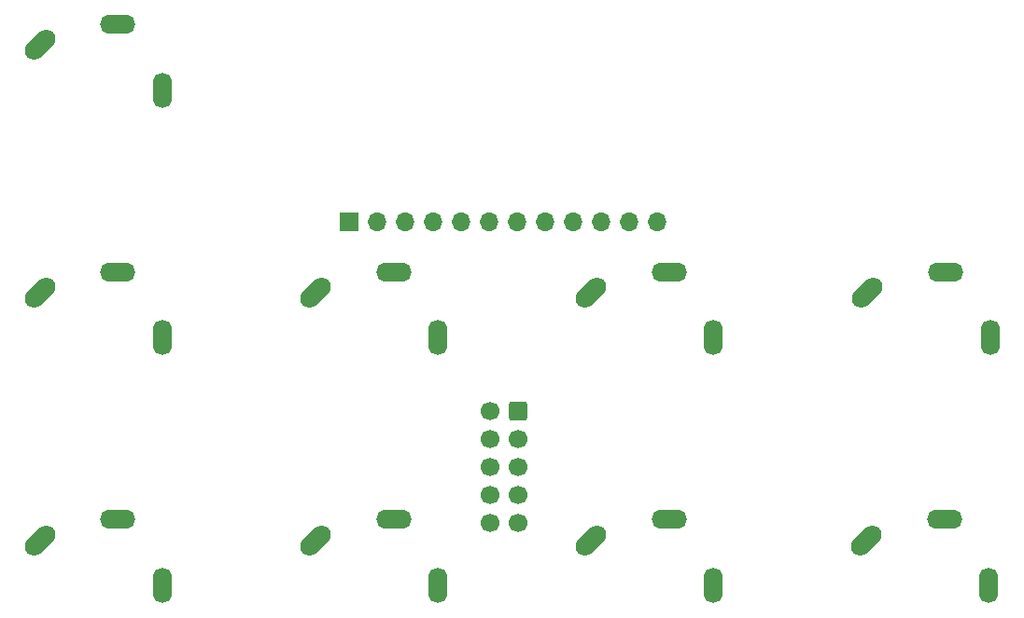
<source format=gts>
G04 #@! TF.GenerationSoftware,KiCad,Pcbnew,8.0.3*
G04 #@! TF.CreationDate,2024-09-16T16:49:19+02:00*
G04 #@! TF.ProjectId,DMH_VCO_40106_PCB_Connectors,444d485f-5643-44f5-9f34-303130365f50,1*
G04 #@! TF.SameCoordinates,Original*
G04 #@! TF.FileFunction,Soldermask,Top*
G04 #@! TF.FilePolarity,Negative*
%FSLAX46Y46*%
G04 Gerber Fmt 4.6, Leading zero omitted, Abs format (unit mm)*
G04 Created by KiCad (PCBNEW 8.0.3) date 2024-09-16 16:49:19*
%MOMM*%
%LPD*%
G01*
G04 APERTURE LIST*
G04 Aperture macros list*
%AMRoundRect*
0 Rectangle with rounded corners*
0 $1 Rounding radius*
0 $2 $3 $4 $5 $6 $7 $8 $9 X,Y pos of 4 corners*
0 Add a 4 corners polygon primitive as box body*
4,1,4,$2,$3,$4,$5,$6,$7,$8,$9,$2,$3,0*
0 Add four circle primitives for the rounded corners*
1,1,$1+$1,$2,$3*
1,1,$1+$1,$4,$5*
1,1,$1+$1,$6,$7*
1,1,$1+$1,$8,$9*
0 Add four rect primitives between the rounded corners*
20,1,$1+$1,$2,$3,$4,$5,0*
20,1,$1+$1,$4,$5,$6,$7,0*
20,1,$1+$1,$6,$7,$8,$9,0*
20,1,$1+$1,$8,$9,$2,$3,0*%
%AMHorizOval*
0 Thick line with rounded ends*
0 $1 width*
0 $2 $3 position (X,Y) of the first rounded end (center of the circle)*
0 $4 $5 position (X,Y) of the second rounded end (center of the circle)*
0 Add line between two ends*
20,1,$1,$2,$3,$4,$5,0*
0 Add two circle primitives to create the rounded ends*
1,1,$1,$2,$3*
1,1,$1,$4,$5*%
G04 Aperture macros list end*
%ADD10HorizOval,1.712000X-0.533159X-0.533159X0.533159X0.533159X0*%
%ADD11O,1.712000X3.220000*%
%ADD12O,3.220000X1.712000*%
%ADD13R,1.700000X1.700000*%
%ADD14O,1.700000X1.700000*%
%ADD15RoundRect,0.250000X0.600000X0.600000X-0.600000X0.600000X-0.600000X-0.600000X0.600000X-0.600000X0*%
%ADD16C,1.700000*%
G04 APERTURE END LIST*
D10*
X132903810Y-224153810D03*
D11*
X144000000Y-228250000D03*
D12*
X140000000Y-222250000D03*
D10*
X82903810Y-224153810D03*
D11*
X94000000Y-228250000D03*
D12*
X90000000Y-222250000D03*
D10*
X57903810Y-179153810D03*
D11*
X69000000Y-183250000D03*
D12*
X65000000Y-177250000D03*
D10*
X57903810Y-201653810D03*
D11*
X69000000Y-205750000D03*
D12*
X65000000Y-199750000D03*
D10*
X133000000Y-201653810D03*
D11*
X144096190Y-205750000D03*
D12*
X140096190Y-199750000D03*
D10*
X82903810Y-201653810D03*
D11*
X94000000Y-205750000D03*
D12*
X90000000Y-199750000D03*
D10*
X107903810Y-224153810D03*
D11*
X119000000Y-228250000D03*
D12*
X115000000Y-222250000D03*
D10*
X107903810Y-201653810D03*
D11*
X119000000Y-205750000D03*
D12*
X115000000Y-199750000D03*
D10*
X57903810Y-224153810D03*
D11*
X69000000Y-228250000D03*
D12*
X65000000Y-222250000D03*
D13*
X86010000Y-195250000D03*
D14*
X88550000Y-195250000D03*
X91090000Y-195250000D03*
X93630000Y-195250000D03*
X96170000Y-195250000D03*
X98710000Y-195250000D03*
X101250000Y-195250000D03*
X103790000Y-195250000D03*
X106330000Y-195250000D03*
X108870000Y-195250000D03*
X111410000Y-195250000D03*
X113950000Y-195250000D03*
D15*
X101252500Y-212420000D03*
D16*
X101252500Y-214960000D03*
X101252500Y-217500000D03*
X101252500Y-220040000D03*
X101252500Y-222580000D03*
X98712500Y-212420000D03*
X98712500Y-214960000D03*
X98712500Y-217500000D03*
X98712500Y-220040000D03*
X98712500Y-222580000D03*
M02*

</source>
